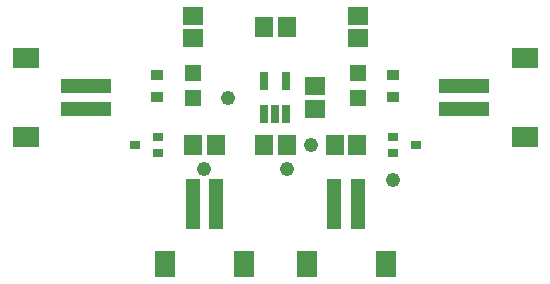
<source format=gts>
G75*
%MOIN*%
%OFA0B0*%
%FSLAX25Y25*%
%IPPOS*%
%LPD*%
%AMOC8*
5,1,8,0,0,1.08239X$1,22.5*
%
%ADD10R,0.05918X0.06706*%
%ADD11R,0.06706X0.05918*%
%ADD12R,0.05524X0.05524*%
%ADD13R,0.03950X0.03556*%
%ADD14R,0.03359X0.03162*%
%ADD15R,0.08674X0.06706*%
%ADD16R,0.16548X0.04737*%
%ADD17R,0.03000X0.06000*%
%ADD18R,0.06706X0.08674*%
%ADD19R,0.04737X0.16548*%
%ADD20C,0.04762*%
D10*
X0066957Y0051013D03*
X0074438Y0051013D03*
X0090580Y0051013D03*
X0098060Y0051013D03*
X0114202Y0051013D03*
X0121682Y0051013D03*
X0098060Y0090383D03*
X0090580Y0090383D03*
D11*
X0066761Y0094123D03*
X0066761Y0086643D03*
X0107568Y0070501D03*
X0107568Y0063020D03*
X0121879Y0086643D03*
X0121879Y0094123D03*
D12*
X0121879Y0074831D03*
X0121879Y0066564D03*
X0066761Y0066564D03*
X0066761Y0074831D03*
D13*
X0054950Y0074241D03*
X0054950Y0067154D03*
X0133690Y0067154D03*
X0133690Y0074241D03*
D14*
X0133493Y0053572D03*
X0141170Y0051013D03*
X0133493Y0048454D03*
X0055146Y0048454D03*
X0047469Y0051013D03*
X0055146Y0053572D03*
D15*
X0011249Y0053572D03*
X0011249Y0079950D03*
X0177391Y0079950D03*
X0177391Y0053572D03*
D16*
X0157312Y0062824D03*
X0157312Y0070698D03*
X0031328Y0070698D03*
X0031328Y0062824D03*
D17*
X0090620Y0061361D03*
X0094320Y0061361D03*
X0098020Y0061361D03*
X0098020Y0072161D03*
X0090620Y0072161D03*
D18*
X0057509Y0011249D03*
X0083887Y0011249D03*
X0104753Y0011249D03*
X0131131Y0011249D03*
D19*
X0121879Y0031328D03*
X0114005Y0031328D03*
X0074635Y0031328D03*
X0066761Y0031328D03*
D20*
X0070698Y0043139D03*
X0098257Y0043139D03*
X0106131Y0051013D03*
X0133690Y0039202D03*
X0078572Y0066761D03*
M02*

</source>
